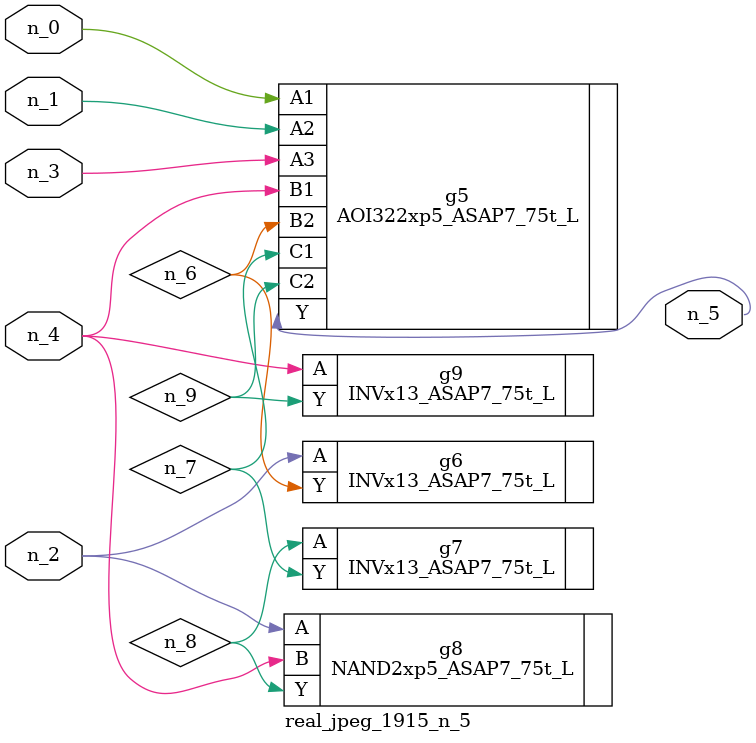
<source format=v>
module real_jpeg_1915_n_5 (n_4, n_0, n_1, n_2, n_3, n_5);

input n_4;
input n_0;
input n_1;
input n_2;
input n_3;

output n_5;

wire n_8;
wire n_6;
wire n_7;
wire n_9;

AOI322xp5_ASAP7_75t_L g5 ( 
.A1(n_0),
.A2(n_1),
.A3(n_3),
.B1(n_4),
.B2(n_6),
.C1(n_7),
.C2(n_9),
.Y(n_5)
);

INVx13_ASAP7_75t_L g6 ( 
.A(n_2),
.Y(n_6)
);

NAND2xp5_ASAP7_75t_L g8 ( 
.A(n_2),
.B(n_4),
.Y(n_8)
);

INVx13_ASAP7_75t_L g9 ( 
.A(n_4),
.Y(n_9)
);

INVx13_ASAP7_75t_L g7 ( 
.A(n_8),
.Y(n_7)
);


endmodule
</source>
